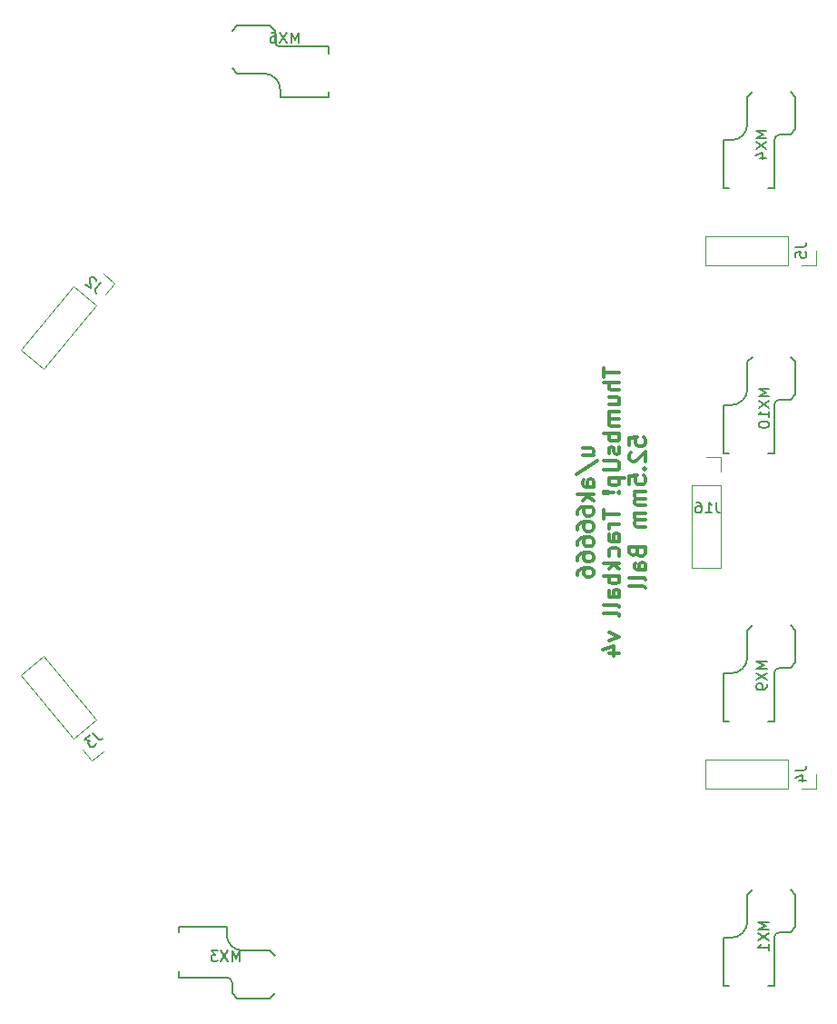
<source format=gbr>
G04 #@! TF.GenerationSoftware,KiCad,Pcbnew,9.0.2*
G04 #@! TF.CreationDate,2025-10-02T21:33:12-04:00*
G04 #@! TF.ProjectId,Trackball,54726163-6b62-4616-9c6c-2e6b69636164,rev?*
G04 #@! TF.SameCoordinates,Original*
G04 #@! TF.FileFunction,Legend,Bot*
G04 #@! TF.FilePolarity,Positive*
%FSLAX46Y46*%
G04 Gerber Fmt 4.6, Leading zero omitted, Abs format (unit mm)*
G04 Created by KiCad (PCBNEW 9.0.2) date 2025-10-02 21:33:12*
%MOMM*%
%LPD*%
G01*
G04 APERTURE LIST*
%ADD10C,0.300000*%
%ADD11C,0.150000*%
%ADD12C,0.120000*%
G04 APERTURE END LIST*
D10*
X253370996Y-96278572D02*
X254370996Y-96278572D01*
X253370996Y-95635714D02*
X254156710Y-95635714D01*
X254156710Y-95635714D02*
X254299568Y-95707143D01*
X254299568Y-95707143D02*
X254370996Y-95850000D01*
X254370996Y-95850000D02*
X254370996Y-96064286D01*
X254370996Y-96064286D02*
X254299568Y-96207143D01*
X254299568Y-96207143D02*
X254228139Y-96278572D01*
X252799568Y-98064286D02*
X254728139Y-96778572D01*
X254370996Y-99207144D02*
X253585282Y-99207144D01*
X253585282Y-99207144D02*
X253442425Y-99135715D01*
X253442425Y-99135715D02*
X253370996Y-98992858D01*
X253370996Y-98992858D02*
X253370996Y-98707144D01*
X253370996Y-98707144D02*
X253442425Y-98564286D01*
X254299568Y-99207144D02*
X254370996Y-99064286D01*
X254370996Y-99064286D02*
X254370996Y-98707144D01*
X254370996Y-98707144D02*
X254299568Y-98564286D01*
X254299568Y-98564286D02*
X254156710Y-98492858D01*
X254156710Y-98492858D02*
X254013853Y-98492858D01*
X254013853Y-98492858D02*
X253870996Y-98564286D01*
X253870996Y-98564286D02*
X253799568Y-98707144D01*
X253799568Y-98707144D02*
X253799568Y-99064286D01*
X253799568Y-99064286D02*
X253728139Y-99207144D01*
X254370996Y-99921429D02*
X252870996Y-99921429D01*
X253799568Y-100064287D02*
X254370996Y-100492858D01*
X253370996Y-100492858D02*
X253942425Y-99921429D01*
X252870996Y-101778573D02*
X252870996Y-101492858D01*
X252870996Y-101492858D02*
X252942425Y-101350001D01*
X252942425Y-101350001D02*
X253013853Y-101278573D01*
X253013853Y-101278573D02*
X253228139Y-101135715D01*
X253228139Y-101135715D02*
X253513853Y-101064287D01*
X253513853Y-101064287D02*
X254085282Y-101064287D01*
X254085282Y-101064287D02*
X254228139Y-101135715D01*
X254228139Y-101135715D02*
X254299568Y-101207144D01*
X254299568Y-101207144D02*
X254370996Y-101350001D01*
X254370996Y-101350001D02*
X254370996Y-101635715D01*
X254370996Y-101635715D02*
X254299568Y-101778573D01*
X254299568Y-101778573D02*
X254228139Y-101850001D01*
X254228139Y-101850001D02*
X254085282Y-101921430D01*
X254085282Y-101921430D02*
X253728139Y-101921430D01*
X253728139Y-101921430D02*
X253585282Y-101850001D01*
X253585282Y-101850001D02*
X253513853Y-101778573D01*
X253513853Y-101778573D02*
X253442425Y-101635715D01*
X253442425Y-101635715D02*
X253442425Y-101350001D01*
X253442425Y-101350001D02*
X253513853Y-101207144D01*
X253513853Y-101207144D02*
X253585282Y-101135715D01*
X253585282Y-101135715D02*
X253728139Y-101064287D01*
X252870996Y-103207144D02*
X252870996Y-102921429D01*
X252870996Y-102921429D02*
X252942425Y-102778572D01*
X252942425Y-102778572D02*
X253013853Y-102707144D01*
X253013853Y-102707144D02*
X253228139Y-102564286D01*
X253228139Y-102564286D02*
X253513853Y-102492858D01*
X253513853Y-102492858D02*
X254085282Y-102492858D01*
X254085282Y-102492858D02*
X254228139Y-102564286D01*
X254228139Y-102564286D02*
X254299568Y-102635715D01*
X254299568Y-102635715D02*
X254370996Y-102778572D01*
X254370996Y-102778572D02*
X254370996Y-103064286D01*
X254370996Y-103064286D02*
X254299568Y-103207144D01*
X254299568Y-103207144D02*
X254228139Y-103278572D01*
X254228139Y-103278572D02*
X254085282Y-103350001D01*
X254085282Y-103350001D02*
X253728139Y-103350001D01*
X253728139Y-103350001D02*
X253585282Y-103278572D01*
X253585282Y-103278572D02*
X253513853Y-103207144D01*
X253513853Y-103207144D02*
X253442425Y-103064286D01*
X253442425Y-103064286D02*
X253442425Y-102778572D01*
X253442425Y-102778572D02*
X253513853Y-102635715D01*
X253513853Y-102635715D02*
X253585282Y-102564286D01*
X253585282Y-102564286D02*
X253728139Y-102492858D01*
X252870996Y-104635715D02*
X252870996Y-104350000D01*
X252870996Y-104350000D02*
X252942425Y-104207143D01*
X252942425Y-104207143D02*
X253013853Y-104135715D01*
X253013853Y-104135715D02*
X253228139Y-103992857D01*
X253228139Y-103992857D02*
X253513853Y-103921429D01*
X253513853Y-103921429D02*
X254085282Y-103921429D01*
X254085282Y-103921429D02*
X254228139Y-103992857D01*
X254228139Y-103992857D02*
X254299568Y-104064286D01*
X254299568Y-104064286D02*
X254370996Y-104207143D01*
X254370996Y-104207143D02*
X254370996Y-104492857D01*
X254370996Y-104492857D02*
X254299568Y-104635715D01*
X254299568Y-104635715D02*
X254228139Y-104707143D01*
X254228139Y-104707143D02*
X254085282Y-104778572D01*
X254085282Y-104778572D02*
X253728139Y-104778572D01*
X253728139Y-104778572D02*
X253585282Y-104707143D01*
X253585282Y-104707143D02*
X253513853Y-104635715D01*
X253513853Y-104635715D02*
X253442425Y-104492857D01*
X253442425Y-104492857D02*
X253442425Y-104207143D01*
X253442425Y-104207143D02*
X253513853Y-104064286D01*
X253513853Y-104064286D02*
X253585282Y-103992857D01*
X253585282Y-103992857D02*
X253728139Y-103921429D01*
X252870996Y-106064286D02*
X252870996Y-105778571D01*
X252870996Y-105778571D02*
X252942425Y-105635714D01*
X252942425Y-105635714D02*
X253013853Y-105564286D01*
X253013853Y-105564286D02*
X253228139Y-105421428D01*
X253228139Y-105421428D02*
X253513853Y-105350000D01*
X253513853Y-105350000D02*
X254085282Y-105350000D01*
X254085282Y-105350000D02*
X254228139Y-105421428D01*
X254228139Y-105421428D02*
X254299568Y-105492857D01*
X254299568Y-105492857D02*
X254370996Y-105635714D01*
X254370996Y-105635714D02*
X254370996Y-105921428D01*
X254370996Y-105921428D02*
X254299568Y-106064286D01*
X254299568Y-106064286D02*
X254228139Y-106135714D01*
X254228139Y-106135714D02*
X254085282Y-106207143D01*
X254085282Y-106207143D02*
X253728139Y-106207143D01*
X253728139Y-106207143D02*
X253585282Y-106135714D01*
X253585282Y-106135714D02*
X253513853Y-106064286D01*
X253513853Y-106064286D02*
X253442425Y-105921428D01*
X253442425Y-105921428D02*
X253442425Y-105635714D01*
X253442425Y-105635714D02*
X253513853Y-105492857D01*
X253513853Y-105492857D02*
X253585282Y-105421428D01*
X253585282Y-105421428D02*
X253728139Y-105350000D01*
X252870996Y-107492857D02*
X252870996Y-107207142D01*
X252870996Y-107207142D02*
X252942425Y-107064285D01*
X252942425Y-107064285D02*
X253013853Y-106992857D01*
X253013853Y-106992857D02*
X253228139Y-106849999D01*
X253228139Y-106849999D02*
X253513853Y-106778571D01*
X253513853Y-106778571D02*
X254085282Y-106778571D01*
X254085282Y-106778571D02*
X254228139Y-106849999D01*
X254228139Y-106849999D02*
X254299568Y-106921428D01*
X254299568Y-106921428D02*
X254370996Y-107064285D01*
X254370996Y-107064285D02*
X254370996Y-107349999D01*
X254370996Y-107349999D02*
X254299568Y-107492857D01*
X254299568Y-107492857D02*
X254228139Y-107564285D01*
X254228139Y-107564285D02*
X254085282Y-107635714D01*
X254085282Y-107635714D02*
X253728139Y-107635714D01*
X253728139Y-107635714D02*
X253585282Y-107564285D01*
X253585282Y-107564285D02*
X253513853Y-107492857D01*
X253513853Y-107492857D02*
X253442425Y-107349999D01*
X253442425Y-107349999D02*
X253442425Y-107064285D01*
X253442425Y-107064285D02*
X253513853Y-106921428D01*
X253513853Y-106921428D02*
X253585282Y-106849999D01*
X253585282Y-106849999D02*
X253728139Y-106778571D01*
X255285912Y-88171429D02*
X255285912Y-89028572D01*
X256785912Y-88600000D02*
X255285912Y-88600000D01*
X256785912Y-89528571D02*
X255285912Y-89528571D01*
X256785912Y-90171429D02*
X256000198Y-90171429D01*
X256000198Y-90171429D02*
X255857341Y-90100000D01*
X255857341Y-90100000D02*
X255785912Y-89957143D01*
X255785912Y-89957143D02*
X255785912Y-89742857D01*
X255785912Y-89742857D02*
X255857341Y-89600000D01*
X255857341Y-89600000D02*
X255928769Y-89528571D01*
X255785912Y-91528572D02*
X256785912Y-91528572D01*
X255785912Y-90885714D02*
X256571626Y-90885714D01*
X256571626Y-90885714D02*
X256714484Y-90957143D01*
X256714484Y-90957143D02*
X256785912Y-91100000D01*
X256785912Y-91100000D02*
X256785912Y-91314286D01*
X256785912Y-91314286D02*
X256714484Y-91457143D01*
X256714484Y-91457143D02*
X256643055Y-91528572D01*
X256785912Y-92242857D02*
X255785912Y-92242857D01*
X255928769Y-92242857D02*
X255857341Y-92314286D01*
X255857341Y-92314286D02*
X255785912Y-92457143D01*
X255785912Y-92457143D02*
X255785912Y-92671429D01*
X255785912Y-92671429D02*
X255857341Y-92814286D01*
X255857341Y-92814286D02*
X256000198Y-92885715D01*
X256000198Y-92885715D02*
X256785912Y-92885715D01*
X256000198Y-92885715D02*
X255857341Y-92957143D01*
X255857341Y-92957143D02*
X255785912Y-93100000D01*
X255785912Y-93100000D02*
X255785912Y-93314286D01*
X255785912Y-93314286D02*
X255857341Y-93457143D01*
X255857341Y-93457143D02*
X256000198Y-93528572D01*
X256000198Y-93528572D02*
X256785912Y-93528572D01*
X256785912Y-94242857D02*
X255285912Y-94242857D01*
X255857341Y-94242857D02*
X255785912Y-94385715D01*
X255785912Y-94385715D02*
X255785912Y-94671429D01*
X255785912Y-94671429D02*
X255857341Y-94814286D01*
X255857341Y-94814286D02*
X255928769Y-94885715D01*
X255928769Y-94885715D02*
X256071626Y-94957143D01*
X256071626Y-94957143D02*
X256500198Y-94957143D01*
X256500198Y-94957143D02*
X256643055Y-94885715D01*
X256643055Y-94885715D02*
X256714484Y-94814286D01*
X256714484Y-94814286D02*
X256785912Y-94671429D01*
X256785912Y-94671429D02*
X256785912Y-94385715D01*
X256785912Y-94385715D02*
X256714484Y-94242857D01*
X256714484Y-95528572D02*
X256785912Y-95671429D01*
X256785912Y-95671429D02*
X256785912Y-95957143D01*
X256785912Y-95957143D02*
X256714484Y-96100000D01*
X256714484Y-96100000D02*
X256571626Y-96171429D01*
X256571626Y-96171429D02*
X256500198Y-96171429D01*
X256500198Y-96171429D02*
X256357341Y-96100000D01*
X256357341Y-96100000D02*
X256285912Y-95957143D01*
X256285912Y-95957143D02*
X256285912Y-95742858D01*
X256285912Y-95742858D02*
X256214484Y-95600000D01*
X256214484Y-95600000D02*
X256071626Y-95528572D01*
X256071626Y-95528572D02*
X256000198Y-95528572D01*
X256000198Y-95528572D02*
X255857341Y-95600000D01*
X255857341Y-95600000D02*
X255785912Y-95742858D01*
X255785912Y-95742858D02*
X255785912Y-95957143D01*
X255785912Y-95957143D02*
X255857341Y-96100000D01*
X255285912Y-96814286D02*
X256500198Y-96814286D01*
X256500198Y-96814286D02*
X256643055Y-96885715D01*
X256643055Y-96885715D02*
X256714484Y-96957144D01*
X256714484Y-96957144D02*
X256785912Y-97100001D01*
X256785912Y-97100001D02*
X256785912Y-97385715D01*
X256785912Y-97385715D02*
X256714484Y-97528572D01*
X256714484Y-97528572D02*
X256643055Y-97600001D01*
X256643055Y-97600001D02*
X256500198Y-97671429D01*
X256500198Y-97671429D02*
X255285912Y-97671429D01*
X255785912Y-98385715D02*
X257285912Y-98385715D01*
X255857341Y-98385715D02*
X255785912Y-98528573D01*
X255785912Y-98528573D02*
X255785912Y-98814287D01*
X255785912Y-98814287D02*
X255857341Y-98957144D01*
X255857341Y-98957144D02*
X255928769Y-99028573D01*
X255928769Y-99028573D02*
X256071626Y-99100001D01*
X256071626Y-99100001D02*
X256500198Y-99100001D01*
X256500198Y-99100001D02*
X256643055Y-99028573D01*
X256643055Y-99028573D02*
X256714484Y-98957144D01*
X256714484Y-98957144D02*
X256785912Y-98814287D01*
X256785912Y-98814287D02*
X256785912Y-98528573D01*
X256785912Y-98528573D02*
X256714484Y-98385715D01*
X256643055Y-99742858D02*
X256714484Y-99814287D01*
X256714484Y-99814287D02*
X256785912Y-99742858D01*
X256785912Y-99742858D02*
X256714484Y-99671430D01*
X256714484Y-99671430D02*
X256643055Y-99742858D01*
X256643055Y-99742858D02*
X256785912Y-99742858D01*
X256214484Y-99742858D02*
X255357341Y-99671430D01*
X255357341Y-99671430D02*
X255285912Y-99742858D01*
X255285912Y-99742858D02*
X255357341Y-99814287D01*
X255357341Y-99814287D02*
X256214484Y-99742858D01*
X256214484Y-99742858D02*
X255285912Y-99742858D01*
X255285912Y-101385716D02*
X255285912Y-102242859D01*
X256785912Y-101814287D02*
X255285912Y-101814287D01*
X256785912Y-102742858D02*
X255785912Y-102742858D01*
X256071626Y-102742858D02*
X255928769Y-102814287D01*
X255928769Y-102814287D02*
X255857341Y-102885716D01*
X255857341Y-102885716D02*
X255785912Y-103028573D01*
X255785912Y-103028573D02*
X255785912Y-103171430D01*
X256785912Y-104314287D02*
X256000198Y-104314287D01*
X256000198Y-104314287D02*
X255857341Y-104242858D01*
X255857341Y-104242858D02*
X255785912Y-104100001D01*
X255785912Y-104100001D02*
X255785912Y-103814287D01*
X255785912Y-103814287D02*
X255857341Y-103671429D01*
X256714484Y-104314287D02*
X256785912Y-104171429D01*
X256785912Y-104171429D02*
X256785912Y-103814287D01*
X256785912Y-103814287D02*
X256714484Y-103671429D01*
X256714484Y-103671429D02*
X256571626Y-103600001D01*
X256571626Y-103600001D02*
X256428769Y-103600001D01*
X256428769Y-103600001D02*
X256285912Y-103671429D01*
X256285912Y-103671429D02*
X256214484Y-103814287D01*
X256214484Y-103814287D02*
X256214484Y-104171429D01*
X256214484Y-104171429D02*
X256143055Y-104314287D01*
X256714484Y-105671430D02*
X256785912Y-105528572D01*
X256785912Y-105528572D02*
X256785912Y-105242858D01*
X256785912Y-105242858D02*
X256714484Y-105100001D01*
X256714484Y-105100001D02*
X256643055Y-105028572D01*
X256643055Y-105028572D02*
X256500198Y-104957144D01*
X256500198Y-104957144D02*
X256071626Y-104957144D01*
X256071626Y-104957144D02*
X255928769Y-105028572D01*
X255928769Y-105028572D02*
X255857341Y-105100001D01*
X255857341Y-105100001D02*
X255785912Y-105242858D01*
X255785912Y-105242858D02*
X255785912Y-105528572D01*
X255785912Y-105528572D02*
X255857341Y-105671430D01*
X256785912Y-106314286D02*
X255285912Y-106314286D01*
X256214484Y-106457144D02*
X256785912Y-106885715D01*
X255785912Y-106885715D02*
X256357341Y-106314286D01*
X256785912Y-107528572D02*
X255285912Y-107528572D01*
X255857341Y-107528572D02*
X255785912Y-107671430D01*
X255785912Y-107671430D02*
X255785912Y-107957144D01*
X255785912Y-107957144D02*
X255857341Y-108100001D01*
X255857341Y-108100001D02*
X255928769Y-108171430D01*
X255928769Y-108171430D02*
X256071626Y-108242858D01*
X256071626Y-108242858D02*
X256500198Y-108242858D01*
X256500198Y-108242858D02*
X256643055Y-108171430D01*
X256643055Y-108171430D02*
X256714484Y-108100001D01*
X256714484Y-108100001D02*
X256785912Y-107957144D01*
X256785912Y-107957144D02*
X256785912Y-107671430D01*
X256785912Y-107671430D02*
X256714484Y-107528572D01*
X256785912Y-109528573D02*
X256000198Y-109528573D01*
X256000198Y-109528573D02*
X255857341Y-109457144D01*
X255857341Y-109457144D02*
X255785912Y-109314287D01*
X255785912Y-109314287D02*
X255785912Y-109028573D01*
X255785912Y-109028573D02*
X255857341Y-108885715D01*
X256714484Y-109528573D02*
X256785912Y-109385715D01*
X256785912Y-109385715D02*
X256785912Y-109028573D01*
X256785912Y-109028573D02*
X256714484Y-108885715D01*
X256714484Y-108885715D02*
X256571626Y-108814287D01*
X256571626Y-108814287D02*
X256428769Y-108814287D01*
X256428769Y-108814287D02*
X256285912Y-108885715D01*
X256285912Y-108885715D02*
X256214484Y-109028573D01*
X256214484Y-109028573D02*
X256214484Y-109385715D01*
X256214484Y-109385715D02*
X256143055Y-109528573D01*
X256785912Y-110457144D02*
X256714484Y-110314287D01*
X256714484Y-110314287D02*
X256571626Y-110242858D01*
X256571626Y-110242858D02*
X255285912Y-110242858D01*
X256785912Y-111242858D02*
X256714484Y-111100001D01*
X256714484Y-111100001D02*
X256571626Y-111028572D01*
X256571626Y-111028572D02*
X255285912Y-111028572D01*
X255785912Y-112814286D02*
X256785912Y-113171429D01*
X256785912Y-113171429D02*
X255785912Y-113528572D01*
X255785912Y-114742858D02*
X256785912Y-114742858D01*
X255214484Y-114385715D02*
X256285912Y-114028572D01*
X256285912Y-114028572D02*
X256285912Y-114957143D01*
X257700828Y-95385715D02*
X257700828Y-94671429D01*
X257700828Y-94671429D02*
X258415114Y-94600001D01*
X258415114Y-94600001D02*
X258343685Y-94671429D01*
X258343685Y-94671429D02*
X258272257Y-94814287D01*
X258272257Y-94814287D02*
X258272257Y-95171429D01*
X258272257Y-95171429D02*
X258343685Y-95314287D01*
X258343685Y-95314287D02*
X258415114Y-95385715D01*
X258415114Y-95385715D02*
X258557971Y-95457144D01*
X258557971Y-95457144D02*
X258915114Y-95457144D01*
X258915114Y-95457144D02*
X259057971Y-95385715D01*
X259057971Y-95385715D02*
X259129400Y-95314287D01*
X259129400Y-95314287D02*
X259200828Y-95171429D01*
X259200828Y-95171429D02*
X259200828Y-94814287D01*
X259200828Y-94814287D02*
X259129400Y-94671429D01*
X259129400Y-94671429D02*
X259057971Y-94600001D01*
X257843685Y-96028572D02*
X257772257Y-96100000D01*
X257772257Y-96100000D02*
X257700828Y-96242858D01*
X257700828Y-96242858D02*
X257700828Y-96600000D01*
X257700828Y-96600000D02*
X257772257Y-96742858D01*
X257772257Y-96742858D02*
X257843685Y-96814286D01*
X257843685Y-96814286D02*
X257986542Y-96885715D01*
X257986542Y-96885715D02*
X258129400Y-96885715D01*
X258129400Y-96885715D02*
X258343685Y-96814286D01*
X258343685Y-96814286D02*
X259200828Y-95957143D01*
X259200828Y-95957143D02*
X259200828Y-96885715D01*
X259057971Y-97528571D02*
X259129400Y-97600000D01*
X259129400Y-97600000D02*
X259200828Y-97528571D01*
X259200828Y-97528571D02*
X259129400Y-97457143D01*
X259129400Y-97457143D02*
X259057971Y-97528571D01*
X259057971Y-97528571D02*
X259200828Y-97528571D01*
X257700828Y-98957143D02*
X257700828Y-98242857D01*
X257700828Y-98242857D02*
X258415114Y-98171429D01*
X258415114Y-98171429D02*
X258343685Y-98242857D01*
X258343685Y-98242857D02*
X258272257Y-98385715D01*
X258272257Y-98385715D02*
X258272257Y-98742857D01*
X258272257Y-98742857D02*
X258343685Y-98885715D01*
X258343685Y-98885715D02*
X258415114Y-98957143D01*
X258415114Y-98957143D02*
X258557971Y-99028572D01*
X258557971Y-99028572D02*
X258915114Y-99028572D01*
X258915114Y-99028572D02*
X259057971Y-98957143D01*
X259057971Y-98957143D02*
X259129400Y-98885715D01*
X259129400Y-98885715D02*
X259200828Y-98742857D01*
X259200828Y-98742857D02*
X259200828Y-98385715D01*
X259200828Y-98385715D02*
X259129400Y-98242857D01*
X259129400Y-98242857D02*
X259057971Y-98171429D01*
X259200828Y-99671428D02*
X258200828Y-99671428D01*
X258343685Y-99671428D02*
X258272257Y-99742857D01*
X258272257Y-99742857D02*
X258200828Y-99885714D01*
X258200828Y-99885714D02*
X258200828Y-100100000D01*
X258200828Y-100100000D02*
X258272257Y-100242857D01*
X258272257Y-100242857D02*
X258415114Y-100314286D01*
X258415114Y-100314286D02*
X259200828Y-100314286D01*
X258415114Y-100314286D02*
X258272257Y-100385714D01*
X258272257Y-100385714D02*
X258200828Y-100528571D01*
X258200828Y-100528571D02*
X258200828Y-100742857D01*
X258200828Y-100742857D02*
X258272257Y-100885714D01*
X258272257Y-100885714D02*
X258415114Y-100957143D01*
X258415114Y-100957143D02*
X259200828Y-100957143D01*
X259200828Y-101671428D02*
X258200828Y-101671428D01*
X258343685Y-101671428D02*
X258272257Y-101742857D01*
X258272257Y-101742857D02*
X258200828Y-101885714D01*
X258200828Y-101885714D02*
X258200828Y-102100000D01*
X258200828Y-102100000D02*
X258272257Y-102242857D01*
X258272257Y-102242857D02*
X258415114Y-102314286D01*
X258415114Y-102314286D02*
X259200828Y-102314286D01*
X258415114Y-102314286D02*
X258272257Y-102385714D01*
X258272257Y-102385714D02*
X258200828Y-102528571D01*
X258200828Y-102528571D02*
X258200828Y-102742857D01*
X258200828Y-102742857D02*
X258272257Y-102885714D01*
X258272257Y-102885714D02*
X258415114Y-102957143D01*
X258415114Y-102957143D02*
X259200828Y-102957143D01*
X258415114Y-105314285D02*
X258486542Y-105528571D01*
X258486542Y-105528571D02*
X258557971Y-105600000D01*
X258557971Y-105600000D02*
X258700828Y-105671428D01*
X258700828Y-105671428D02*
X258915114Y-105671428D01*
X258915114Y-105671428D02*
X259057971Y-105600000D01*
X259057971Y-105600000D02*
X259129400Y-105528571D01*
X259129400Y-105528571D02*
X259200828Y-105385714D01*
X259200828Y-105385714D02*
X259200828Y-104814285D01*
X259200828Y-104814285D02*
X257700828Y-104814285D01*
X257700828Y-104814285D02*
X257700828Y-105314285D01*
X257700828Y-105314285D02*
X257772257Y-105457143D01*
X257772257Y-105457143D02*
X257843685Y-105528571D01*
X257843685Y-105528571D02*
X257986542Y-105600000D01*
X257986542Y-105600000D02*
X258129400Y-105600000D01*
X258129400Y-105600000D02*
X258272257Y-105528571D01*
X258272257Y-105528571D02*
X258343685Y-105457143D01*
X258343685Y-105457143D02*
X258415114Y-105314285D01*
X258415114Y-105314285D02*
X258415114Y-104814285D01*
X259200828Y-106957143D02*
X258415114Y-106957143D01*
X258415114Y-106957143D02*
X258272257Y-106885714D01*
X258272257Y-106885714D02*
X258200828Y-106742857D01*
X258200828Y-106742857D02*
X258200828Y-106457143D01*
X258200828Y-106457143D02*
X258272257Y-106314285D01*
X259129400Y-106957143D02*
X259200828Y-106814285D01*
X259200828Y-106814285D02*
X259200828Y-106457143D01*
X259200828Y-106457143D02*
X259129400Y-106314285D01*
X259129400Y-106314285D02*
X258986542Y-106242857D01*
X258986542Y-106242857D02*
X258843685Y-106242857D01*
X258843685Y-106242857D02*
X258700828Y-106314285D01*
X258700828Y-106314285D02*
X258629400Y-106457143D01*
X258629400Y-106457143D02*
X258629400Y-106814285D01*
X258629400Y-106814285D02*
X258557971Y-106957143D01*
X259200828Y-107885714D02*
X259129400Y-107742857D01*
X259129400Y-107742857D02*
X258986542Y-107671428D01*
X258986542Y-107671428D02*
X257700828Y-107671428D01*
X259200828Y-108671428D02*
X259129400Y-108528571D01*
X259129400Y-108528571D02*
X258986542Y-108457142D01*
X258986542Y-108457142D02*
X257700828Y-108457142D01*
D11*
X270504819Y-66033286D02*
X269504819Y-66033286D01*
X269504819Y-66033286D02*
X270219104Y-66366619D01*
X270219104Y-66366619D02*
X269504819Y-66699952D01*
X269504819Y-66699952D02*
X270504819Y-66699952D01*
X269504819Y-67080905D02*
X270504819Y-67747571D01*
X269504819Y-67747571D02*
X270504819Y-67080905D01*
X269838152Y-68557095D02*
X270504819Y-68557095D01*
X269457200Y-68319000D02*
X270171485Y-68080905D01*
X270171485Y-68080905D02*
X270171485Y-68699952D01*
X221335713Y-143438819D02*
X221335713Y-142438819D01*
X221335713Y-142438819D02*
X221002380Y-143153104D01*
X221002380Y-143153104D02*
X220669047Y-142438819D01*
X220669047Y-142438819D02*
X220669047Y-143438819D01*
X220288094Y-142438819D02*
X219621428Y-143438819D01*
X219621428Y-142438819D02*
X220288094Y-143438819D01*
X219335713Y-142438819D02*
X218716666Y-142438819D01*
X218716666Y-142438819D02*
X219049999Y-142819771D01*
X219049999Y-142819771D02*
X218907142Y-142819771D01*
X218907142Y-142819771D02*
X218811904Y-142867390D01*
X218811904Y-142867390D02*
X218764285Y-142915009D01*
X218764285Y-142915009D02*
X218716666Y-143010247D01*
X218716666Y-143010247D02*
X218716666Y-143248342D01*
X218716666Y-143248342D02*
X218764285Y-143343580D01*
X218764285Y-143343580D02*
X218811904Y-143391200D01*
X218811904Y-143391200D02*
X218907142Y-143438819D01*
X218907142Y-143438819D02*
X219192856Y-143438819D01*
X219192856Y-143438819D02*
X219288094Y-143391200D01*
X219288094Y-143391200D02*
X219335713Y-143343580D01*
X270554819Y-115514286D02*
X269554819Y-115514286D01*
X269554819Y-115514286D02*
X270269104Y-115847619D01*
X270269104Y-115847619D02*
X269554819Y-116180952D01*
X269554819Y-116180952D02*
X270554819Y-116180952D01*
X269554819Y-116561905D02*
X270554819Y-117228571D01*
X269554819Y-117228571D02*
X270554819Y-116561905D01*
X270554819Y-117657143D02*
X270554819Y-117847619D01*
X270554819Y-117847619D02*
X270507200Y-117942857D01*
X270507200Y-117942857D02*
X270459580Y-117990476D01*
X270459580Y-117990476D02*
X270316723Y-118085714D01*
X270316723Y-118085714D02*
X270126247Y-118133333D01*
X270126247Y-118133333D02*
X269745295Y-118133333D01*
X269745295Y-118133333D02*
X269650057Y-118085714D01*
X269650057Y-118085714D02*
X269602438Y-118038095D01*
X269602438Y-118038095D02*
X269554819Y-117942857D01*
X269554819Y-117942857D02*
X269554819Y-117752381D01*
X269554819Y-117752381D02*
X269602438Y-117657143D01*
X269602438Y-117657143D02*
X269650057Y-117609524D01*
X269650057Y-117609524D02*
X269745295Y-117561905D01*
X269745295Y-117561905D02*
X269983390Y-117561905D01*
X269983390Y-117561905D02*
X270078628Y-117609524D01*
X270078628Y-117609524D02*
X270126247Y-117657143D01*
X270126247Y-117657143D02*
X270173866Y-117752381D01*
X270173866Y-117752381D02*
X270173866Y-117942857D01*
X270173866Y-117942857D02*
X270126247Y-118038095D01*
X270126247Y-118038095D02*
X270078628Y-118085714D01*
X270078628Y-118085714D02*
X269983390Y-118133333D01*
X226835713Y-57870819D02*
X226835713Y-56870819D01*
X226835713Y-56870819D02*
X226502380Y-57585104D01*
X226502380Y-57585104D02*
X226169047Y-56870819D01*
X226169047Y-56870819D02*
X226169047Y-57870819D01*
X225788094Y-56870819D02*
X225121428Y-57870819D01*
X225121428Y-56870819D02*
X225788094Y-57870819D01*
X224311904Y-56870819D02*
X224502380Y-56870819D01*
X224502380Y-56870819D02*
X224597618Y-56918438D01*
X224597618Y-56918438D02*
X224645237Y-56966057D01*
X224645237Y-56966057D02*
X224740475Y-57108914D01*
X224740475Y-57108914D02*
X224788094Y-57299390D01*
X224788094Y-57299390D02*
X224788094Y-57680342D01*
X224788094Y-57680342D02*
X224740475Y-57775580D01*
X224740475Y-57775580D02*
X224692856Y-57823200D01*
X224692856Y-57823200D02*
X224597618Y-57870819D01*
X224597618Y-57870819D02*
X224407142Y-57870819D01*
X224407142Y-57870819D02*
X224311904Y-57823200D01*
X224311904Y-57823200D02*
X224264285Y-57775580D01*
X224264285Y-57775580D02*
X224216666Y-57680342D01*
X224216666Y-57680342D02*
X224216666Y-57442247D01*
X224216666Y-57442247D02*
X224264285Y-57347009D01*
X224264285Y-57347009D02*
X224311904Y-57299390D01*
X224311904Y-57299390D02*
X224407142Y-57251771D01*
X224407142Y-57251771D02*
X224597618Y-57251771D01*
X224597618Y-57251771D02*
X224692856Y-57299390D01*
X224692856Y-57299390D02*
X224740475Y-57347009D01*
X224740475Y-57347009D02*
X224788094Y-57442247D01*
X270754819Y-90138095D02*
X269754819Y-90138095D01*
X269754819Y-90138095D02*
X270469104Y-90471428D01*
X270469104Y-90471428D02*
X269754819Y-90804761D01*
X269754819Y-90804761D02*
X270754819Y-90804761D01*
X269754819Y-91185714D02*
X270754819Y-91852380D01*
X269754819Y-91852380D02*
X270754819Y-91185714D01*
X270754819Y-92757142D02*
X270754819Y-92185714D01*
X270754819Y-92471428D02*
X269754819Y-92471428D01*
X269754819Y-92471428D02*
X269897676Y-92376190D01*
X269897676Y-92376190D02*
X269992914Y-92280952D01*
X269992914Y-92280952D02*
X270040533Y-92185714D01*
X269754819Y-93376190D02*
X269754819Y-93471428D01*
X269754819Y-93471428D02*
X269802438Y-93566666D01*
X269802438Y-93566666D02*
X269850057Y-93614285D01*
X269850057Y-93614285D02*
X269945295Y-93661904D01*
X269945295Y-93661904D02*
X270135771Y-93709523D01*
X270135771Y-93709523D02*
X270373866Y-93709523D01*
X270373866Y-93709523D02*
X270564342Y-93661904D01*
X270564342Y-93661904D02*
X270659580Y-93614285D01*
X270659580Y-93614285D02*
X270707200Y-93566666D01*
X270707200Y-93566666D02*
X270754819Y-93471428D01*
X270754819Y-93471428D02*
X270754819Y-93376190D01*
X270754819Y-93376190D02*
X270707200Y-93280952D01*
X270707200Y-93280952D02*
X270659580Y-93233333D01*
X270659580Y-93233333D02*
X270564342Y-93185714D01*
X270564342Y-93185714D02*
X270373866Y-93138095D01*
X270373866Y-93138095D02*
X270135771Y-93138095D01*
X270135771Y-93138095D02*
X269945295Y-93185714D01*
X269945295Y-93185714D02*
X269850057Y-93233333D01*
X269850057Y-93233333D02*
X269802438Y-93280952D01*
X269802438Y-93280952D02*
X269754819Y-93376190D01*
X270722819Y-139798286D02*
X269722819Y-139798286D01*
X269722819Y-139798286D02*
X270437104Y-140131619D01*
X270437104Y-140131619D02*
X269722819Y-140464952D01*
X269722819Y-140464952D02*
X270722819Y-140464952D01*
X269722819Y-140845905D02*
X270722819Y-141512571D01*
X269722819Y-141512571D02*
X270722819Y-140845905D01*
X270722819Y-142417333D02*
X270722819Y-141845905D01*
X270722819Y-142131619D02*
X269722819Y-142131619D01*
X269722819Y-142131619D02*
X269865676Y-142036381D01*
X269865676Y-142036381D02*
X269960914Y-141941143D01*
X269960914Y-141941143D02*
X270008533Y-141845905D01*
X273222819Y-76882666D02*
X273937104Y-76882666D01*
X273937104Y-76882666D02*
X274079961Y-76835047D01*
X274079961Y-76835047D02*
X274175200Y-76739809D01*
X274175200Y-76739809D02*
X274222819Y-76596952D01*
X274222819Y-76596952D02*
X274222819Y-76501714D01*
X273222819Y-77835047D02*
X273222819Y-77358857D01*
X273222819Y-77358857D02*
X273699009Y-77311238D01*
X273699009Y-77311238D02*
X273651390Y-77358857D01*
X273651390Y-77358857D02*
X273603771Y-77454095D01*
X273603771Y-77454095D02*
X273603771Y-77692190D01*
X273603771Y-77692190D02*
X273651390Y-77787428D01*
X273651390Y-77787428D02*
X273699009Y-77835047D01*
X273699009Y-77835047D02*
X273794247Y-77882666D01*
X273794247Y-77882666D02*
X274032342Y-77882666D01*
X274032342Y-77882666D02*
X274127580Y-77835047D01*
X274127580Y-77835047D02*
X274175200Y-77787428D01*
X274175200Y-77787428D02*
X274222819Y-77692190D01*
X274222819Y-77692190D02*
X274222819Y-77454095D01*
X274222819Y-77454095D02*
X274175200Y-77358857D01*
X274175200Y-77358857D02*
X274127580Y-77311238D01*
X273222819Y-125650666D02*
X273937104Y-125650666D01*
X273937104Y-125650666D02*
X274079961Y-125603047D01*
X274079961Y-125603047D02*
X274175200Y-125507809D01*
X274175200Y-125507809D02*
X274222819Y-125364952D01*
X274222819Y-125364952D02*
X274222819Y-125269714D01*
X273556152Y-126555428D02*
X274222819Y-126555428D01*
X273175200Y-126317333D02*
X273889485Y-126079238D01*
X273889485Y-126079238D02*
X273889485Y-126698285D01*
X208379732Y-80220578D02*
X207920598Y-80767753D01*
X207920598Y-80767753D02*
X207865250Y-80907797D01*
X207865250Y-80907797D02*
X207876989Y-81041971D01*
X207876989Y-81041971D02*
X207955815Y-81170276D01*
X207955815Y-81170276D02*
X208028771Y-81231494D01*
X207990210Y-80018054D02*
X207984340Y-79950967D01*
X207984340Y-79950967D02*
X207941992Y-79853271D01*
X207941992Y-79853271D02*
X207759601Y-79700226D01*
X207759601Y-79700226D02*
X207656035Y-79675487D01*
X207656035Y-79675487D02*
X207588948Y-79681356D01*
X207588948Y-79681356D02*
X207491252Y-79723704D01*
X207491252Y-79723704D02*
X207430034Y-79796660D01*
X207430034Y-79796660D02*
X207374686Y-79936704D01*
X207374686Y-79936704D02*
X207445118Y-80741751D01*
X207445118Y-80741751D02*
X206970900Y-80343835D01*
X207678861Y-122154155D02*
X208137995Y-122701330D01*
X208137995Y-122701330D02*
X208266300Y-122780156D01*
X208266300Y-122780156D02*
X208400475Y-122791894D01*
X208400475Y-122791894D02*
X208540519Y-122736546D01*
X208540519Y-122736546D02*
X208613475Y-122675328D01*
X207387035Y-122399027D02*
X206912817Y-122796943D01*
X206912817Y-122796943D02*
X207413036Y-122874507D01*
X207413036Y-122874507D02*
X207303601Y-122966334D01*
X207303601Y-122966334D02*
X207261254Y-123064030D01*
X207261254Y-123064030D02*
X207255384Y-123131117D01*
X207255384Y-123131117D02*
X207280124Y-123234682D01*
X207280124Y-123234682D02*
X207433168Y-123417074D01*
X207433168Y-123417074D02*
X207530865Y-123459422D01*
X207530865Y-123459422D02*
X207597952Y-123465291D01*
X207597952Y-123465291D02*
X207701517Y-123440552D01*
X207701517Y-123440552D02*
X207920387Y-123256898D01*
X207920387Y-123256898D02*
X207962735Y-123159202D01*
X207962735Y-123159202D02*
X207968604Y-123092114D01*
X265809523Y-100654819D02*
X265809523Y-101369104D01*
X265809523Y-101369104D02*
X265857142Y-101511961D01*
X265857142Y-101511961D02*
X265952380Y-101607200D01*
X265952380Y-101607200D02*
X266095237Y-101654819D01*
X266095237Y-101654819D02*
X266190475Y-101654819D01*
X264809523Y-101654819D02*
X265380951Y-101654819D01*
X265095237Y-101654819D02*
X265095237Y-100654819D01*
X265095237Y-100654819D02*
X265190475Y-100797676D01*
X265190475Y-100797676D02*
X265285713Y-100892914D01*
X265285713Y-100892914D02*
X265380951Y-100940533D01*
X263952380Y-100654819D02*
X264142856Y-100654819D01*
X264142856Y-100654819D02*
X264238094Y-100702438D01*
X264238094Y-100702438D02*
X264285713Y-100750057D01*
X264285713Y-100750057D02*
X264380951Y-100892914D01*
X264380951Y-100892914D02*
X264428570Y-101083390D01*
X264428570Y-101083390D02*
X264428570Y-101464342D01*
X264428570Y-101464342D02*
X264380951Y-101559580D01*
X264380951Y-101559580D02*
X264333332Y-101607200D01*
X264333332Y-101607200D02*
X264238094Y-101654819D01*
X264238094Y-101654819D02*
X264047618Y-101654819D01*
X264047618Y-101654819D02*
X263952380Y-101607200D01*
X263952380Y-101607200D02*
X263904761Y-101559580D01*
X263904761Y-101559580D02*
X263857142Y-101464342D01*
X263857142Y-101464342D02*
X263857142Y-101226247D01*
X263857142Y-101226247D02*
X263904761Y-101131009D01*
X263904761Y-101131009D02*
X263952380Y-101083390D01*
X263952380Y-101083390D02*
X264047618Y-101035771D01*
X264047618Y-101035771D02*
X264238094Y-101035771D01*
X264238094Y-101035771D02*
X264333332Y-101083390D01*
X264333332Y-101083390D02*
X264380951Y-101131009D01*
X264380951Y-101131009D02*
X264428570Y-101226247D01*
X266518000Y-66916000D02*
X266518000Y-71416000D01*
X266518000Y-71416000D02*
X267018000Y-71416000D01*
X267218000Y-66916000D02*
X266518000Y-66916000D01*
X268718000Y-62916000D02*
X268718000Y-65416000D01*
X269218000Y-62416000D02*
X268718000Y-62916000D01*
X270618000Y-71416000D02*
X271218000Y-71416000D01*
X271218000Y-71416000D02*
X271218000Y-66916000D01*
X271718000Y-66416000D02*
X272718000Y-66416000D01*
X272718000Y-62416000D02*
X273218000Y-62916000D01*
X273218000Y-62916000D02*
X273218000Y-65916000D01*
X273218000Y-65916000D02*
X272718000Y-66416000D01*
X268718000Y-65416000D02*
G75*
G02*
X267218000Y-66916000I-1500001J1D01*
G01*
X271218000Y-66916000D02*
G75*
G02*
X271718000Y-66416000I500001J-1D01*
G01*
X215650000Y-140234000D02*
X215650000Y-140734000D01*
X215650000Y-144334000D02*
X215650000Y-144934000D01*
X215650000Y-144934000D02*
X220150000Y-144934000D01*
X220150000Y-140234000D02*
X215650000Y-140234000D01*
X220150000Y-140934000D02*
X220150000Y-140234000D01*
X220650000Y-145434000D02*
X220650000Y-146434000D01*
X221150000Y-146934000D02*
X220650000Y-146434000D01*
X224150000Y-142434000D02*
X221650000Y-142434000D01*
X224150000Y-146934000D02*
X221150000Y-146934000D01*
X224650000Y-142934000D02*
X224150000Y-142434000D01*
X224650000Y-146434000D02*
X224150000Y-146934000D01*
X220150000Y-144934000D02*
G75*
G02*
X220650000Y-145434000I-1J-500001D01*
G01*
X221650000Y-142434000D02*
G75*
G02*
X220150000Y-140934000I1J1500001D01*
G01*
X266518000Y-116600000D02*
X266518000Y-121100000D01*
X266518000Y-121100000D02*
X267018000Y-121100000D01*
X267218000Y-116600000D02*
X266518000Y-116600000D01*
X268718000Y-112600000D02*
X268718000Y-115100000D01*
X269218000Y-112100000D02*
X268718000Y-112600000D01*
X270618000Y-121100000D02*
X271218000Y-121100000D01*
X271218000Y-121100000D02*
X271218000Y-116600000D01*
X271718000Y-116100000D02*
X272718000Y-116100000D01*
X272718000Y-112100000D02*
X273218000Y-112600000D01*
X273218000Y-112600000D02*
X273218000Y-115600000D01*
X273218000Y-115600000D02*
X272718000Y-116100000D01*
X268718000Y-115100000D02*
G75*
G02*
X267218000Y-116600000I-1500001J1D01*
G01*
X271218000Y-116600000D02*
G75*
G02*
X271718000Y-116100000I500001J-1D01*
G01*
X220650000Y-56716000D02*
X221150000Y-56216000D01*
X220650000Y-60216000D02*
X221150000Y-60716000D01*
X221150000Y-56216000D02*
X224150000Y-56216000D01*
X221150000Y-60716000D02*
X223650000Y-60716000D01*
X224150000Y-56216000D02*
X224650000Y-56716000D01*
X224650000Y-57716000D02*
X224650000Y-56716000D01*
X225150000Y-62216000D02*
X225150000Y-62916000D01*
X225150000Y-62916000D02*
X229650000Y-62916000D01*
X229650000Y-58216000D02*
X225150000Y-58216000D01*
X229650000Y-58816000D02*
X229650000Y-58216000D01*
X229650000Y-62916000D02*
X229650000Y-62416000D01*
X223650000Y-60716000D02*
G75*
G02*
X225150000Y-62216000I-1J-1500001D01*
G01*
X225150000Y-58216000D02*
G75*
G02*
X224650000Y-57716000I1J500001D01*
G01*
X266518000Y-91600000D02*
X266518000Y-96100000D01*
X266518000Y-96100000D02*
X267018000Y-96100000D01*
X267218000Y-91600000D02*
X266518000Y-91600000D01*
X268718000Y-87600000D02*
X268718000Y-90100000D01*
X269218000Y-87100000D02*
X268718000Y-87600000D01*
X270618000Y-96100000D02*
X271218000Y-96100000D01*
X271218000Y-96100000D02*
X271218000Y-91600000D01*
X271718000Y-91100000D02*
X272718000Y-91100000D01*
X272718000Y-87100000D02*
X273218000Y-87600000D01*
X273218000Y-87600000D02*
X273218000Y-90600000D01*
X273218000Y-90600000D02*
X272718000Y-91100000D01*
X268718000Y-90100000D02*
G75*
G02*
X267218000Y-91600000I-1500001J1D01*
G01*
X271218000Y-91600000D02*
G75*
G02*
X271718000Y-91100000I500001J-1D01*
G01*
X266518000Y-141234000D02*
X266518000Y-145734000D01*
X266518000Y-145734000D02*
X267018000Y-145734000D01*
X267218000Y-141234000D02*
X266518000Y-141234000D01*
X268718000Y-137234000D02*
X268718000Y-139734000D01*
X269218000Y-136734000D02*
X268718000Y-137234000D01*
X270618000Y-145734000D02*
X271218000Y-145734000D01*
X271218000Y-145734000D02*
X271218000Y-141234000D01*
X271718000Y-140734000D02*
X272718000Y-140734000D01*
X272718000Y-136734000D02*
X273218000Y-137234000D01*
X273218000Y-137234000D02*
X273218000Y-140234000D01*
X273218000Y-140234000D02*
X272718000Y-140734000D01*
X268718000Y-139734000D02*
G75*
G02*
X267218000Y-141234000I-1500001J1D01*
G01*
X271218000Y-141234000D02*
G75*
G02*
X271718000Y-140734000I500001J-1D01*
G01*
D12*
X264768000Y-78596000D02*
X264768000Y-75836000D01*
X272498000Y-75836000D02*
X264768000Y-75836000D01*
X272498000Y-78596000D02*
X264768000Y-78596000D01*
X272498000Y-78596000D02*
X272498000Y-75836000D01*
X273768000Y-78596000D02*
X275148000Y-78596000D01*
X275148000Y-78596000D02*
X275148000Y-77216000D01*
X264768000Y-127364000D02*
X264768000Y-124604000D01*
X272498000Y-124604000D02*
X264768000Y-124604000D01*
X272498000Y-127364000D02*
X264768000Y-127364000D01*
X272498000Y-127364000D02*
X272498000Y-124604000D01*
X273768000Y-127364000D02*
X275148000Y-127364000D01*
X275148000Y-127364000D02*
X275148000Y-125984000D01*
X203046000Y-88205396D02*
X200931721Y-86431302D01*
X205900467Y-80509778D02*
X200931721Y-86431302D01*
X208014750Y-82283872D02*
X203046000Y-88205396D01*
X208014750Y-82283872D02*
X205900467Y-80509778D01*
X208831090Y-81310996D02*
X209718138Y-80253855D01*
X209718138Y-80253855D02*
X208660996Y-79366808D01*
X200931721Y-116778698D02*
X203046000Y-115004604D01*
X205900467Y-122700222D02*
X200931721Y-116778698D01*
X205900467Y-122700222D02*
X208014750Y-120926128D01*
X206716808Y-123673098D02*
X207603855Y-124730240D01*
X207603855Y-124730240D02*
X208660996Y-123843192D01*
X208014750Y-120926128D02*
X203046000Y-115004604D01*
X263520000Y-99060000D02*
X263520000Y-106790000D01*
X266280000Y-96410000D02*
X264900000Y-96410000D01*
X266280000Y-97790000D02*
X266280000Y-96410000D01*
X266280000Y-99060000D02*
X263520000Y-99060000D01*
X266280000Y-99060000D02*
X266280000Y-106790000D01*
X266280000Y-106790000D02*
X263520000Y-106790000D01*
M02*

</source>
